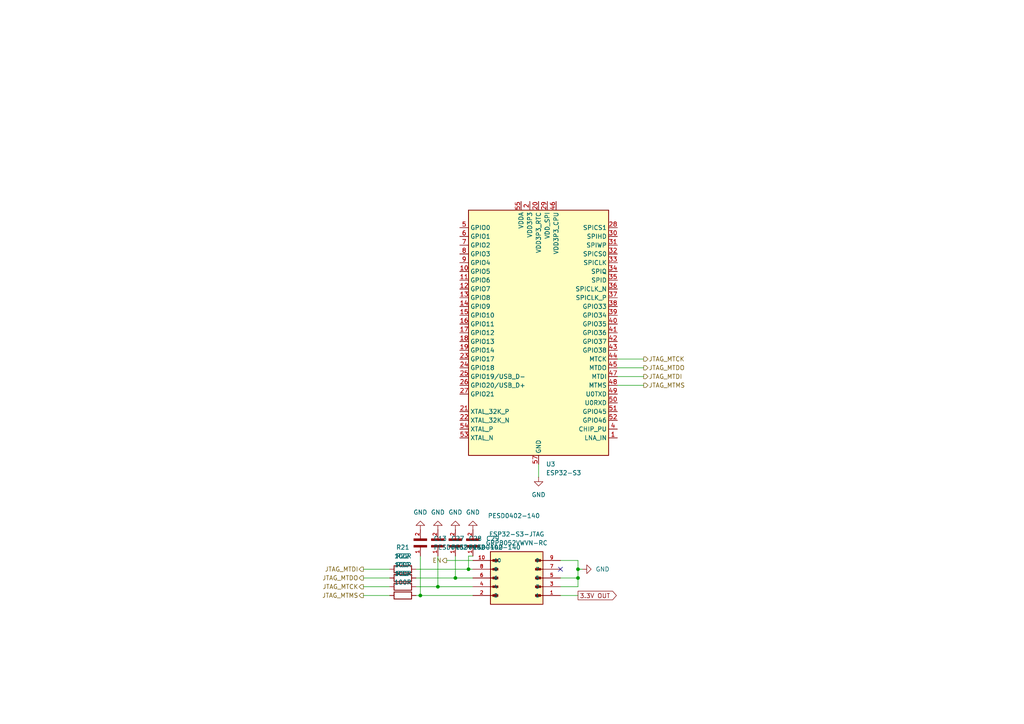
<source format=kicad_sch>
(kicad_sch (version 20250114) (generator "eeschema") (generator_version "9.0")
  (paper "A4")
  (lib_symbols
    (symbol "Device:R" (pin_numbers (hide yes)) (pin_names (offset 0))
      (property "Reference" "R" (at 2.032 0 90))
      (property "Value" "R" (at 0 0 90))
      (symbol "R_0_1"
        (rectangle (start -1.016 -2.54) (end 1.016 2.54) (stroke (width 0.254)))
      )
      (symbol "R_1_1"
        (pin passive line (at 0 3.81 270) (length 1.27) (name "~") (number "1"))
        (pin passive line (at 0 -3.81 90) (length 1.27) (name "~") (number "2"))
      )
    )
    (symbol "GRPB052VWVN-RC:GRPB052VWVN-RC" (pin_names (offset 1.016))
      (property "Reference" "J" (at -7.62 8.382 0))
      (property "Value" "GRPB052VWVN-RC" (at -7.62 -10.16 0))
      (symbol "GRPB052VWVN-RC_0_0"
        (polyline (pts (xy -7.62 5.08) (xy -5.715 5.08)) (stroke (width 0.254)))
        (polyline (pts (xy -7.62 2.54) (xy -5.715 2.54)) (stroke (width 0.254)))
        (polyline (pts (xy -7.62 0) (xy -5.715 0)) (stroke (width 0.254)))
        (polyline (pts (xy -7.62 -2.54) (xy -5.715 -2.54)) (stroke (width 0.254)))
        (polyline (pts (xy -7.62 -5.08) (xy -5.715 -5.08)) (stroke (width 0.254)))
        (rectangle (start -7.62 -7.62) (end 7.62 7.62) (stroke (width 0.254)) (fill (type background)))
        (rectangle (start -6.985 4.7625) (end -5.3975 5.3975) (stroke (width 0.1)) (fill (type outline)))
        (rectangle (start -6.985 2.2225) (end -5.3975 2.8575) (stroke (width 0.1)) (fill (type outline)))
        (rectangle (start -6.985 -0.3175) (end -5.3975 0.3175) (stroke (width 0.1)) (fill (type outline)))
        (rectangle (start -6.985 -2.8575) (end -5.3975 -2.2225) (stroke (width 0.1)) (fill (type outline)))
        (rectangle (start -6.985 -5.3975) (end -5.3975 -4.7625) (stroke (width 0.1)) (fill (type outline)))
        (rectangle (start 5.3975 4.7625) (end 6.985 5.3975) (stroke (width 0.1)) (fill (type outline)))
        (rectangle (start 5.3975 2.2225) (end 6.985 2.8575) (stroke (width 0.1)) (fill (type outline)))
        (rectangle (start 5.3975 -0.3175) (end 6.985 0.3175) (stroke (width 0.1)) (fill (type outline)))
        (rectangle (start 5.3975 -2.8575) (end 6.985 -2.2225) (stroke (width 0.1)) (fill (type outline)))
        (rectangle (start 5.3975 -5.3975) (end 6.985 -4.7625) (stroke (width 0.1)) (fill (type outline)))
        (polyline (pts (xy 7.62 5.08) (xy 5.715 5.08)) (stroke (width 0.254)))
        (polyline (pts (xy 7.62 2.54) (xy 5.715 2.54)) (stroke (width 0.254)))
        (polyline (pts (xy 7.62 0) (xy 5.715 0)) (stroke (width 0.254)))
        (polyline (pts (xy 7.62 -2.54) (xy 5.715 -2.54)) (stroke (width 0.254)))
        (polyline (pts (xy 7.62 -5.08) (xy 5.715 -5.08)) (stroke (width 0.254)))
        (pin passive line (at -12.7 5.08 0) (length 5.08) (name "1") (number "1"))
        (pin passive line (at -12.7 2.54 0) (length 5.08) (name "3") (number "3"))
        (pin passive line (at -12.7 0 0) (length 5.08) (name "5") (number "5"))
        (pin passive line (at -12.7 -2.54 0) (length 5.08) (name "7") (number "7"))
        (pin passive line (at -12.7 -5.08 0) (length 5.08) (name "9") (number "9"))
        (pin passive line (at 12.7 5.08 180) (length 5.08) (name "2") (number "2"))
        (pin passive line (at 12.7 2.54 180) (length 5.08) (name "4") (number "4"))
        (pin passive line (at 12.7 0 180) (length 5.08) (name "6") (number "6"))
        (pin passive line (at 12.7 -2.54 180) (length 5.08) (name "8") (number "8"))
        (pin passive line (at 12.7 -5.08 180) (length 5.08) (name "10") (number "10"))
      )
    )
    (symbol "MCU_Espressif:ESP32-S3"
      (property "Reference" "U" (at 10.16 -38.1 0))
      (property "Value" "ESP32-S3" (at 13.97 -40.64 0))
      (symbol "ESP32-S3_0_1"
        (rectangle (start -20.32 35.56) (end 20.32 -35.56) (stroke (width 0.254)) (fill (type background)))
      )
      (symbol "ESP32-S3_1_0"
        (pin passive line (at -5.08 38.1 270) (length 2.54) (hide yes) (name "VDDA") (number "56"))
        (pin bidirectional line (at 22.86 12.7 180) (length 2.54) (name "SPICLK_N") (number "36"))
        (pin bidirectional line (at 22.86 -10.16 180) (length 2.54) (name "MTDO") (number "45"))
        (pin bidirectional line (at 22.86 -22.86 180) (length 2.54) (name "GPIO45") (number "51"))
      )
      (symbol "ESP32-S3_1_1"
        (pin bidirectional line (at -22.86 30.48 0) (length 2.54) (name "GPIO0") (number "5"))
        (pin bidirectional line (at -22.86 27.94 0) (length 2.54) (name "GPIO1") (number "6"))
        (pin bidirectional line (at -22.86 25.4 0) (length 2.54) (name "GPIO2") (number "7"))
        (pin bidirectional line (at -22.86 22.86 0) (length 2.54) (name "GPIO3") (number "8"))
        (pin bidirectional line (at -22.86 20.32 0) (length 2.54) (name "GPIO4") (number "9"))
        (pin bidirectional line (at -22.86 17.78 0) (length 2.54) (name "GPIO5") (number "10"))
        (pin bidirectional line (at -22.86 15.24 0) (length 2.54) (name "GPIO6") (number "11"))
        (pin bidirectional line (at -22.86 12.7 0) (length 2.54) (name "GPIO7") (number "12"))
        (pin bidirectional line (at -22.86 10.16 0) (length 2.54) (name "GPIO8") (number "13"))
        (pin bidirectional line (at -22.86 7.62 0) (length 2.54) (name "GPIO9") (number "14"))
        (pin bidirectional line (at -22.86 5.08 0) (length 2.54) (name "GPIO10") (number "15"))
        (pin bidirectional line (at -22.86 2.54 0) (length 2.54) (name "GPIO11") (number "16"))
        (pin bidirectional line (at -22.86 0 0) (length 2.54) (name "GPIO12") (number "17"))
        (pin bidirectional line (at -22.86 -2.54 0) (length 2.54) (name "GPIO13") (number "18"))
        (pin bidirectional line (at -22.86 -5.08 0) (length 2.54) (name "GPIO14") (number "19"))
        (pin bidirectional line (at -22.86 -7.62 0) (length 2.54) (name "GPIO17") (number "23"))
        (pin bidirectional line (at -22.86 -10.16 0) (length 2.54) (name "GPIO18") (number "24"))
        (pin bidirectional line (at -22.86 -12.7 0) (length 2.54) (name "GPIO19/USB_D-") (number "25"))
        (pin bidirectional line (at -22.86 -15.24 0) (length 2.54) (name "GPIO20/USB_D+") (number "26"))
        (pin bidirectional line (at -22.86 -17.78 0) (length 2.54) (name "GPIO21") (number "27"))
        (pin passive line (at -22.86 -22.86 0) (length 2.54) (name "XTAL_32K_P") (number "21"))
        (pin passive line (at -22.86 -25.4 0) (length 2.54) (name "XTAL_32K_N") (number "22"))
        (pin input line (at -22.86 -27.94 0) (length 2.54) (name "XTAL_P") (number "54"))
        (pin output line (at -22.86 -30.48 0) (length 2.54) (name "XTAL_N") (number "53"))
        (pin power_in line (at -5.08 38.1 270) (length 2.54) (name "VDDA") (number "55"))
        (pin power_in line (at -2.54 38.1 270) (length 2.54) (name "VDD3P3") (number "2"))
        (pin passive line (at -2.54 38.1 270) (length 2.54) (hide yes) (name "VDD3P3") (number "3"))
        (pin power_in line (at 0 38.1 270) (length 2.54) (name "VDD3P3_RTC") (number "20"))
        (pin power_in line (at 0 -38.1 90) (length 2.54) (name "GND") (number "57"))
        (pin power_in line (at 2.54 38.1 270) (length 2.54) (name "VDD_SPI") (number "29"))
        (pin power_in line (at 5.08 38.1 270) (length 2.54) (name "VDD3P3_CPU") (number "46"))
        (pin bidirectional line (at 22.86 30.48 180) (length 2.54) (name "SPICS1") (number "28"))
        (pin bidirectional line (at 22.86 27.94 180) (length 2.54) (name "SPIHD") (number "30"))
        (pin bidirectional line (at 22.86 25.4 180) (length 2.54) (name "SPIWP") (number "31"))
        (pin bidirectional line (at 22.86 22.86 180) (length 2.54) (name "SPICS0") (number "32"))
        (pin bidirectional line (at 22.86 20.32 180) (length 2.54) (name "SPICLK") (number "33"))
        (pin bidirectional line (at 22.86 17.78 180) (length 2.54) (name "SPIQ") (number "34"))
        (pin bidirectional line (at 22.86 15.24 180) (length 2.54) (name "SPID") (number "35"))
        (pin bidirectional line (at 22.86 10.16 180) (length 2.54) (name "SPICLK_P") (number "37"))
        (pin bidirectional line (at 22.86 7.62 180) (length 2.54) (name "GPIO33") (number "38"))
        (pin bidirectional line (at 22.86 5.08 180) (length 2.54) (name "GPIO34") (number "39"))
        (pin bidirectional line (at 22.86 2.54 180) (length 2.54) (name "GPIO35") (number "40"))
        (pin bidirectional line (at 22.86 0 180) (length 2.54) (name "GPIO36") (number "41"))
        (pin bidirectional line (at 22.86 -2.54 180) (length 2.54) (name "GPIO37") (number "42"))
        (pin bidirectional line (at 22.86 -5.08 180) (length 2.54) (name "GPIO38") (number "43"))
        (pin bidirectional line (at 22.86 -7.62 180) (length 2.54) (name "MTCK") (number "44"))
        (pin bidirectional line (at 22.86 -12.7 180) (length 2.54) (name "MTDI") (number "47"))
        (pin bidirectional line (at 22.86 -15.24 180) (length 2.54) (name "MTMS") (number "48"))
        (pin bidirectional line (at 22.86 -17.78 180) (length 2.54) (name "U0TXD") (number "49"))
        (pin bidirectional line (at 22.86 -20.32 180) (length 2.54) (name "U0RXD") (number "50"))
        (pin bidirectional line (at 22.86 -25.4 180) (length 2.54) (name "GPIO46") (number "52"))
        (pin input line (at 22.86 -27.94 180) (length 2.54) (name "CHIP_PU") (number "4"))
        (pin bidirectional line (at 22.86 -30.48 180) (length 2.54) (name "LNA_IN") (number "1"))
      )
    )
    (symbol "PESD0402-140:PESD0402-140" (pin_names (offset 1.016))
      (property "Reference" "C" (at 0 3.8109 0))
      (property "Value" "PESD0402-140" (at 0 -5.0885 0))
      (symbol "PESD0402-140_0_0"
        (rectangle (start 0 -1.9069) (end 0.635 1.905) (stroke (width 0.1)) (fill (type outline)))
        (rectangle (start 1.9069 -1.9069) (end 2.54 1.905) (stroke (width 0.1)) (fill (type outline)))
        (pin passive line (at -2.54 0 0) (length 2.54) (name "~") (number "1"))
        (pin passive line (at 5.08 0 180) (length 2.54) (name "~") (number "2"))
      )
    )
    (symbol "power:GND" (power) (pin_numbers (hide yes)) (pin_names (offset 0) (hide yes))
      (property "Value" "GND" (at 0 -3.81 0))
      (symbol "GND_0_1"
        (polyline (pts (xy 0 0) (xy 0 -1.27) (xy 1.27 -1.27) (xy 0 -2.54) (xy -1.27 -1.27) (xy 0 -1.27)))
      )
      (symbol "GND_1_1"
        (pin power_in line (at 0 0 270) (length 0) (name "~") (number "1"))
      )
    )
  )
  (junction (at 121.92 172.72))
  (junction (at 167.64 165.1))
  (junction (at 132.08 167.64))
  (junction (at 127 170.18))
  (junction (at 135.89 165.1))
  (junction (at 167.64 167.64))
  (no_connect (at 162.56 165.1))
  (wire (pts (xy 162.56 162.56) (xy 167.64 162.56)))
  (wire (pts (xy 105.41 172.72) (xy 113.03 172.72)))
  (wire (pts (xy 127 161.29) (xy 127 170.18)))
  (wire (pts (xy 121.92 161.29) (xy 121.92 172.72)))
  (wire (pts (xy 135.89 161.29) (xy 135.89 165.1)))
  (wire (pts (xy 179.07 104.14) (xy 186.69 104.14)))
  (wire (pts (xy 127 170.18) (xy 137.16 170.18)))
  (wire (pts (xy 167.64 170.18) (xy 167.64 167.64)))
  (wire (pts (xy 132.08 167.64) (xy 137.16 167.64)))
  (wire (pts (xy 162.56 172.72) (xy 167.64 172.72)))
  (wire (pts (xy 162.56 167.64) (xy 167.64 167.64)))
  (wire (pts (xy 121.92 172.72) (xy 137.16 172.72)))
  (wire (pts (xy 135.89 165.1) (xy 137.16 165.1)))
  (wire (pts (xy 179.07 109.22) (xy 186.69 109.22)))
  (wire (pts (xy 120.65 170.18) (xy 127 170.18)))
  (wire (pts (xy 167.64 167.64) (xy 167.64 165.1)))
  (wire (pts (xy 120.65 167.64) (xy 132.08 167.64)))
  (wire (pts (xy 105.41 165.1) (xy 113.03 165.1)))
  (wire (pts (xy 156.21 134.62) (xy 156.21 138.43)))
  (wire (pts (xy 167.64 162.56) (xy 167.64 165.1)))
  (wire (pts (xy 105.41 167.64) (xy 113.03 167.64)))
  (wire (pts (xy 129.54 162.56) (xy 137.16 162.56)))
  (wire (pts (xy 132.08 161.29) (xy 132.08 167.64)))
  (wire (pts (xy 120.65 165.1) (xy 135.89 165.1)))
  (wire (pts (xy 168.91 165.1) (xy 167.64 165.1)))
  (wire (pts (xy 179.07 111.76) (xy 186.69 111.76)))
  (wire (pts (xy 137.16 161.29) (xy 135.89 161.29)))
  (wire (pts (xy 120.65 172.72) (xy 121.92 172.72)))
  (wire (pts (xy 162.56 170.18) (xy 167.64 170.18)))
  (wire (pts (xy 105.41 170.18) (xy 113.03 170.18)))
  (wire (pts (xy 179.07 106.68) (xy 186.69 106.68)))
  (global_label "3.3V OUT" (shape output) (at 167.64 172.72 0) (property "Intersheetrefs" "${INTERSHEET_REFS}" (effects (hide yes))))
  (hierarchical_label "JTAG_MTMS" (shape output) (at 105.41 172.72 180))
  (hierarchical_label "JTAG_MTCK" (shape output) (at 105.41 170.18 180))
  (hierarchical_label "JTAG_MTDO" (shape output) (at 105.41 167.64 180))
  (hierarchical_label "JTAG_MTMS" (shape output) (at 186.69 111.76 0))
  (hierarchical_label "JTAG_MTDI" (shape output) (at 186.69 109.22 0))
  (hierarchical_label "JTAG_MTDI" (shape output) (at 105.41 165.1 180))
  (hierarchical_label "EN" (shape output) (at 129.54 162.56 180))
  (hierarchical_label "JTAG_MTCK" (shape output) (at 186.69 104.14 0))
  (hierarchical_label "JTAG_MTDO" (shape output) (at 186.69 106.68 0))
  (symbol (lib_id "power:GND") (at 137.16 153.67 180) (unit 1)
    (property "Reference" "#PWR040" (effects (hide yes)))
    (property "Value" "GND" (at 137.16 148.59 0))
    (property "Description" "Power symbol creates a global label with name \"GND\" , ground" (effects (hide yes)))
  )
  (symbol (lib_id "power:GND") (at 127 153.67 180) (unit 1)
    (property "Reference" "#PWR038" (effects (hide yes)))
    (property "Value" "GND" (at 127 148.59 0))
    (property "Description" "Power symbol creates a global label with name \"GND\" , ground" (effects (hide yes)))
  )
  (symbol (lib_id "Device:R") (at 116.84 170.18 90) (unit 1)
    (property "Reference" "R30" (at 116.84 163.83 90))
    (property "Value" "100R" (at 116.84 166.37 90))
    (property "Footprint" "Resistor_SMD:R_0603_1608Metric" (effects (hide yes)))
    (property "Description" "Resistor" (effects (hide yes)))
  )
  (symbol (lib_id "power:GND") (at 156.21 138.43 0) (unit 1)
    (property "Reference" "#PWR02" (effects (hide yes)))
    (property "Value" "GND" (at 156.21 143.51 0))
    (property "Description" "Power symbol creates a global label with name \"GND\" , ground" (effects (hide yes)))
  )
  (symbol (lib_id "GRPB052VWVN-RC:GRPB052VWVN-RC") (at 149.86 167.64 180) (unit 1)
    (property "Reference" "ESP32-S3-JTAG" (at 149.86 154.94 0))
    (property "Value" "GRPB052VWVN-RC" (at 149.86 157.48 0))
    (property "Footprint" "Varistor:SULLINS_GRPB052VWVN-RC" (effects (hide yes)))
    (property "MF" "Sullins" (effects (hide yes)))
    (property "MAXIMUM_PACKAGE_HEIGHT" "4 mm" (effects (hide yes)))
    (property "Package" "None" (effects (hide yes)))
    (property "Price" "None" (effects (hide yes)))
    (property "Check_prices" "https://www.snapeda.com/parts/GRPB052VWVN-RC/Sullins/view-part/?ref=eda" (effects (hide yes)))
    (property "STANDARD" "Manufacturer Recommendations" (effects (hide yes)))
    (property "PARTREV" "D" (effects (hide yes)))
    (property "SnapEDA_Link" "https://www.snapeda.com/parts/GRPB052VWVN-RC/Sullins/view-part/?ref=snap" (effects (hide yes)))
    (property "MP" "GRPB052VWVN-RC" (effects (hide yes)))
    (property "Description_1" "Connector Header Through Hole 10 position 0.050 (1.27mm)" (effects (hide yes)))
    (property "MANUFACTURER" "Sullins Connector Solutions" (effects (hide yes)))
    (property "Availability" "In Stock" (effects (hide yes)))
    (property "SNAPEDA_PN" "GRPB052VWVN-RC" (effects (hide yes)))
  )
  (symbol (lib_id "power:GND") (at 121.92 153.67 180) (unit 1)
    (property "Reference" "#PWR036" (effects (hide yes)))
    (property "Value" "GND" (at 121.92 148.59 0))
    (property "Description" "Power symbol creates a global label with name \"GND\" , ground" (effects (hide yes)))
  )
  (symbol (lib_id "PESD0402-140:PESD0402-140") (at 121.92 158.75 90) (unit 1)
    (property "Reference" "C13" (at 125.73 156.2099 90) (effects (justify right)))
    (property "Value" "PESD0402-140" (at 125.73 158.7499 90) (effects (justify right)))
    (property "Footprint" "PESD0402-140:RESC1005X35N" (effects (hide yes)))
    (property "MF" "Littelfuse Inc." (effects (hide yes)))
    (property "Description_1" "40V Clamp - Ipp Tvs Diode Surface Mount 0402" (effects (hide yes)))
    (property "Package" "0402 Littelfuse Inc." (effects (hide yes)))
    (property "Price" "None" (effects (hide yes)))
    (property "SnapEDA_Link" "https://www.snapeda.com/parts/PESD0402-140/Littelfuse/view-part/?ref=snap" (effects (hide yes)))
    (property "MP" "PESD0402-140" (effects (hide yes)))
    (property "Availability" "In Stock" (effects (hide yes)))
    (property "Check_prices" "https://www.snapeda.com/parts/PESD0402-140/Littelfuse/view-part/?ref=eda" (effects (hide yes)))
  )
  (symbol (lib_id "Device:R") (at 116.84 165.1 90) (unit 1)
    (property "Reference" "R21" (at 116.84 158.75 90))
    (property "Value" "100R" (at 116.84 161.29 90))
    (property "Footprint" "Resistor_SMD:R_0603_1608Metric" (effects (hide yes)))
    (property "Description" "Resistor" (effects (hide yes)))
  )
  (symbol (lib_id "PESD0402-140:PESD0402-140") (at 137.16 158.75 90) (unit 1)
    (property "Reference" "C29" (at 140.97 156.2099 90) (effects (justify right)))
    (property "Value" "PESD0402-140" (at 141.478 149.606 90) (effects (justify right)))
    (property "Footprint" "PESD0402-140:RESC1005X35N" (effects (hide yes)))
    (property "MF" "Littelfuse Inc." (effects (hide yes)))
    (property "Description_1" "40V Clamp - Ipp Tvs Diode Surface Mount 0402" (effects (hide yes)))
    (property "Package" "0402 Littelfuse Inc." (effects (hide yes)))
    (property "Price" "None" (effects (hide yes)))
    (property "SnapEDA_Link" "https://www.snapeda.com/parts/PESD0402-140/Littelfuse/view-part/?ref=snap" (effects (hide yes)))
    (property "MP" "PESD0402-140" (effects (hide yes)))
    (property "Availability" "In Stock" (effects (hide yes)))
    (property "Check_prices" "https://www.snapeda.com/parts/PESD0402-140/Littelfuse/view-part/?ref=eda" (effects (hide yes)))
  )
  (symbol (lib_id "power:GND") (at 132.08 153.67 180) (unit 1)
    (property "Reference" "#PWR039" (effects (hide yes)))
    (property "Value" "GND" (at 132.08 148.59 0))
    (property "Description" "Power symbol creates a global label with name \"GND\" , ground" (effects (hide yes)))
  )
  (symbol (lib_id "power:GND") (at 168.91 165.1 90) (unit 1)
    (property "Reference" "#PWR041" (effects (hide yes)))
    (property "Value" "GND" (at 172.72 165.0999 90) (effects (justify right)))
    (property "Description" "Power symbol creates a global label with name \"GND\" , ground" (effects (hide yes)))
  )
  (symbol (lib_id "MCU_Espressif:ESP32-S3") (at 156.21 96.52 0) (unit 1)
    (property "Reference" "U3" (at 158.3533 134.62 0) (effects (justify left)))
    (property "Value" "ESP32-S3" (at 158.3533 137.16 0) (effects (justify left)))
    (property "Footprint" "Package_DFN_QFN:QFN-56-1EP_7x7mm_P0.4mm_EP4x4mm" (effects (hide yes)))
    (property "Datasheet" "https://www.espressif.com/sites/default/files/documentation/esp32-s3_datasheet_en.pdf" (effects (hide yes)))
    (property "Description" "Microcontroller, Wi-Fi 802.11b/g/n, Bluetooth, 32bit" (effects (hide yes)))
  )
  (symbol (lib_id "PESD0402-140:PESD0402-140") (at 132.08 158.75 90) (unit 1)
    (property "Reference" "C28" (at 135.89 156.2099 90) (effects (justify right)))
    (property "Value" "PESD0402-140" (at 135.89 158.7499 90) (effects (justify right)))
    (property "Footprint" "PESD0402-140:RESC1005X35N" (effects (hide yes)))
    (property "MF" "Littelfuse Inc." (effects (hide yes)))
    (property "Description_1" "40V Clamp - Ipp Tvs Diode Surface Mount 0402" (effects (hide yes)))
    (property "Package" "0402 Littelfuse Inc." (effects (hide yes)))
    (property "Price" "None" (effects (hide yes)))
    (property "SnapEDA_Link" "https://www.snapeda.com/parts/PESD0402-140/Littelfuse/view-part/?ref=snap" (effects (hide yes)))
    (property "MP" "PESD0402-140" (effects (hide yes)))
    (property "Availability" "In Stock" (effects (hide yes)))
    (property "Check_prices" "https://www.snapeda.com/parts/PESD0402-140/Littelfuse/view-part/?ref=eda" (effects (hide yes)))
  )
  (symbol (lib_id "PESD0402-140:PESD0402-140") (at 127 158.75 90) (unit 1)
    (property "Reference" "C27" (at 130.81 156.2099 90) (effects (justify right)))
    (property "Value" "PESD0402-140" (at 130.81 158.7499 90) (effects (justify right)))
    (property "Footprint" "PESD0402-140:RESC1005X35N" (effects (hide yes)))
    (property "MF" "Littelfuse Inc." (effects (hide yes)))
    (property "Description_1" "40V Clamp - Ipp Tvs Diode Surface Mount 0402" (effects (hide yes)))
    (property "Package" "0402 Littelfuse Inc." (effects (hide yes)))
    (property "Price" "None" (effects (hide yes)))
    (property "SnapEDA_Link" "https://www.snapeda.com/parts/PESD0402-140/Littelfuse/view-part/?ref=snap" (effects (hide yes)))
    (property "MP" "PESD0402-140" (effects (hide yes)))
    (property "Availability" "In Stock" (effects (hide yes)))
    (property "Check_prices" "https://www.snapeda.com/parts/PESD0402-140/Littelfuse/view-part/?ref=eda" (effects (hide yes)))
  )
  (symbol (lib_id "Device:R") (at 116.84 172.72 90) (unit 1)
    (property "Reference" "R32" (at 116.84 166.37 90))
    (property "Value" "100R" (at 116.84 168.91 90))
    (property "Footprint" "Resistor_SMD:R_0603_1608Metric" (effects (hide yes)))
    (property "Description" "Resistor" (effects (hide yes)))
  )
  (symbol (lib_id "Device:R") (at 116.84 167.64 90) (unit 1)
    (property "Reference" "R22" (at 116.84 161.29 90))
    (property "Value" "100R" (at 116.84 163.83 90))
    (property "Footprint" "Resistor_SMD:R_0603_1608Metric" (effects (hide yes)))
    (property "Description" "Resistor" (effects (hide yes)))
  )
)
</source>
